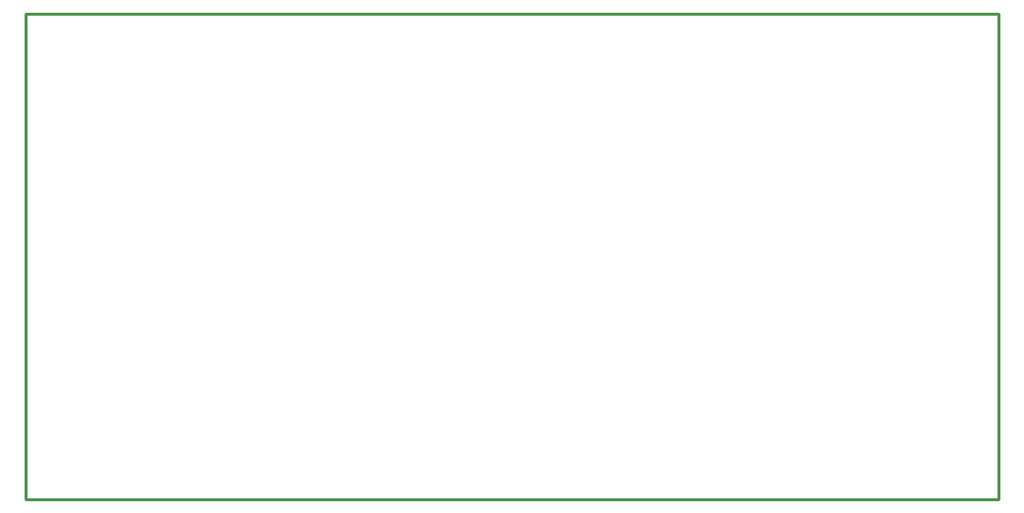
<source format=gko>
G04 Layer: BoardOutlineLayer*
G04 EasyEDA v6.5.39, 2023-12-12 15:22:05*
G04 97430d4051d74cbab9520267499de571,defc1f93b7bc4f92b0c06f3051cee8fa,10*
G04 Gerber Generator version 0.2*
G04 Scale: 100 percent, Rotated: No, Reflected: No *
G04 Dimensions in millimeters *
G04 leading zeros omitted , absolute positions ,4 integer and 5 decimal *
%FSLAX45Y45*%
%MOMM*%

%ADD10C,0.2540*%
D10*
X63500Y63500D02*
G01*
X63500Y4254500D01*
X8445500Y4254500D01*
X8445500Y63500D01*
X63500Y63500D01*

%LPD*%
M02*

</source>
